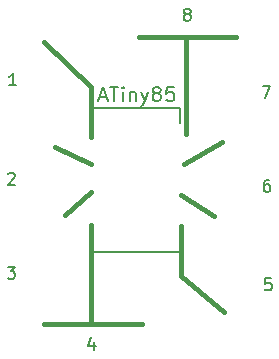
<source format=gto>
%TF.GenerationSoftware,KiCad,Pcbnew,4.0.5-e0-6337~49~ubuntu16.04.1*%
%TF.CreationDate,2017-01-18T20:32:05-08:00*%
%TF.ProjectId,3x4-ATtiny85-8DIP-Breakout,3378342D415474696E7938352D384449,1.0*%
%TF.FileFunction,Legend,Top*%
%FSLAX46Y46*%
G04 Gerber Fmt 4.6, Leading zero omitted, Abs format (unit mm)*
G04 Created by KiCad (PCBNEW 4.0.5-e0-6337~49~ubuntu16.04.1) date Wed Jan 18 20:32:05 2017*
%MOMM*%
%LPD*%
G01*
G04 APERTURE LIST*
%ADD10C,0.350000*%
%ADD11C,0.400000*%
%ADD12C,0.406400*%
%ADD13C,0.150000*%
%ADD14C,0.200000*%
G04 APERTURE END LIST*
D10*
D11*
X148640800Y-96113600D02*
X148640800Y-87934800D01*
X148488400Y-98602800D02*
X151688800Y-96774000D01*
X148234400Y-101244400D02*
X150977600Y-103073200D01*
X148183600Y-108102400D02*
X151841200Y-111150400D01*
X148183600Y-103886000D02*
X148183600Y-108102400D01*
X140563600Y-103835200D02*
X140563600Y-112064800D01*
X140563600Y-101041200D02*
X138379200Y-102971600D01*
X140563600Y-98602800D02*
X137566400Y-97180400D01*
X140563600Y-92202000D02*
X140563600Y-96316800D01*
X136652000Y-88341200D02*
X140563600Y-92151200D01*
D12*
X136652000Y-112166400D02*
X144902000Y-112166400D01*
D13*
X140787000Y-93871400D02*
X140787000Y-95141400D01*
X148137000Y-93871400D02*
X148137000Y-95141400D01*
X148137000Y-106081400D02*
X148137000Y-104811400D01*
X140787000Y-106081400D02*
X140787000Y-104811400D01*
X140787000Y-93871400D02*
X148137000Y-93871400D01*
X140787000Y-106081400D02*
X148137000Y-106081400D01*
D12*
X144652000Y-87916400D02*
X152902000Y-87916400D01*
D14*
X141303771Y-92960800D02*
X141875200Y-92960800D01*
X141189486Y-93303657D02*
X141589486Y-92103657D01*
X141989486Y-93303657D01*
X142218057Y-92103657D02*
X142903771Y-92103657D01*
X142560914Y-93303657D02*
X142560914Y-92103657D01*
X143303771Y-93303657D02*
X143303771Y-92503657D01*
X143303771Y-92103657D02*
X143246628Y-92160800D01*
X143303771Y-92217943D01*
X143360914Y-92160800D01*
X143303771Y-92103657D01*
X143303771Y-92217943D01*
X143875200Y-92503657D02*
X143875200Y-93303657D01*
X143875200Y-92617943D02*
X143932343Y-92560800D01*
X144046629Y-92503657D01*
X144218057Y-92503657D01*
X144332343Y-92560800D01*
X144389486Y-92675086D01*
X144389486Y-93303657D01*
X144846629Y-92503657D02*
X145132343Y-93303657D01*
X145418057Y-92503657D02*
X145132343Y-93303657D01*
X145018057Y-93589371D01*
X144960914Y-93646514D01*
X144846629Y-93703657D01*
X146046629Y-92617943D02*
X145932343Y-92560800D01*
X145875200Y-92503657D01*
X145818057Y-92389371D01*
X145818057Y-92332229D01*
X145875200Y-92217943D01*
X145932343Y-92160800D01*
X146046629Y-92103657D01*
X146275200Y-92103657D01*
X146389486Y-92160800D01*
X146446629Y-92217943D01*
X146503772Y-92332229D01*
X146503772Y-92389371D01*
X146446629Y-92503657D01*
X146389486Y-92560800D01*
X146275200Y-92617943D01*
X146046629Y-92617943D01*
X145932343Y-92675086D01*
X145875200Y-92732229D01*
X145818057Y-92846514D01*
X145818057Y-93075086D01*
X145875200Y-93189371D01*
X145932343Y-93246514D01*
X146046629Y-93303657D01*
X146275200Y-93303657D01*
X146389486Y-93246514D01*
X146446629Y-93189371D01*
X146503772Y-93075086D01*
X146503772Y-92846514D01*
X146446629Y-92732229D01*
X146389486Y-92675086D01*
X146275200Y-92617943D01*
X147589486Y-92103657D02*
X147018057Y-92103657D01*
X146960914Y-92675086D01*
X147018057Y-92617943D01*
X147132343Y-92560800D01*
X147418057Y-92560800D01*
X147532343Y-92617943D01*
X147589486Y-92675086D01*
X147646629Y-92789371D01*
X147646629Y-93075086D01*
X147589486Y-93189371D01*
X147532343Y-93246514D01*
X147418057Y-93303657D01*
X147132343Y-93303657D01*
X147018057Y-93246514D01*
X146960914Y-93189371D01*
D13*
X134245315Y-91943181D02*
X133673886Y-91943181D01*
X133959600Y-91943181D02*
X133959600Y-90943181D01*
X133864362Y-91086038D01*
X133769124Y-91181276D01*
X133673886Y-91228895D01*
X148647162Y-85936152D02*
X148551924Y-85888533D01*
X148504305Y-85840914D01*
X148456686Y-85745676D01*
X148456686Y-85698057D01*
X148504305Y-85602819D01*
X148551924Y-85555200D01*
X148647162Y-85507581D01*
X148837639Y-85507581D01*
X148932877Y-85555200D01*
X148980496Y-85602819D01*
X149028115Y-85698057D01*
X149028115Y-85745676D01*
X148980496Y-85840914D01*
X148932877Y-85888533D01*
X148837639Y-85936152D01*
X148647162Y-85936152D01*
X148551924Y-85983771D01*
X148504305Y-86031390D01*
X148456686Y-86126629D01*
X148456686Y-86317105D01*
X148504305Y-86412343D01*
X148551924Y-86459962D01*
X148647162Y-86507581D01*
X148837639Y-86507581D01*
X148932877Y-86459962D01*
X148980496Y-86412343D01*
X149028115Y-86317105D01*
X149028115Y-86126629D01*
X148980496Y-86031390D01*
X148932877Y-85983771D01*
X148837639Y-85936152D01*
X155114667Y-92060781D02*
X155781334Y-92060781D01*
X155352762Y-93060781D01*
X155689277Y-99985581D02*
X155498800Y-99985581D01*
X155403562Y-100033200D01*
X155355943Y-100080819D01*
X155260705Y-100223676D01*
X155213086Y-100414152D01*
X155213086Y-100795105D01*
X155260705Y-100890343D01*
X155308324Y-100937962D01*
X155403562Y-100985581D01*
X155594039Y-100985581D01*
X155689277Y-100937962D01*
X155736896Y-100890343D01*
X155784515Y-100795105D01*
X155784515Y-100557010D01*
X155736896Y-100461771D01*
X155689277Y-100414152D01*
X155594039Y-100366533D01*
X155403562Y-100366533D01*
X155308324Y-100414152D01*
X155260705Y-100461771D01*
X155213086Y-100557010D01*
X155838496Y-108316781D02*
X155362305Y-108316781D01*
X155314686Y-108792971D01*
X155362305Y-108745352D01*
X155457543Y-108697733D01*
X155695639Y-108697733D01*
X155790877Y-108745352D01*
X155838496Y-108792971D01*
X155886115Y-108888210D01*
X155886115Y-109126305D01*
X155838496Y-109221543D01*
X155790877Y-109269162D01*
X155695639Y-109316781D01*
X155457543Y-109316781D01*
X155362305Y-109269162D01*
X155314686Y-109221543D01*
X140842477Y-113679314D02*
X140842477Y-114345981D01*
X140604381Y-113298362D02*
X140366286Y-114012648D01*
X140985334Y-114012648D01*
X133572286Y-99471219D02*
X133619905Y-99423600D01*
X133715143Y-99375981D01*
X133953239Y-99375981D01*
X134048477Y-99423600D01*
X134096096Y-99471219D01*
X134143715Y-99566457D01*
X134143715Y-99661695D01*
X134096096Y-99804552D01*
X133524667Y-100375981D01*
X134143715Y-100375981D01*
X133524667Y-107351581D02*
X134143715Y-107351581D01*
X133810381Y-107732533D01*
X133953239Y-107732533D01*
X134048477Y-107780152D01*
X134096096Y-107827771D01*
X134143715Y-107923010D01*
X134143715Y-108161105D01*
X134096096Y-108256343D01*
X134048477Y-108303962D01*
X133953239Y-108351581D01*
X133667524Y-108351581D01*
X133572286Y-108303962D01*
X133524667Y-108256343D01*
M02*

</source>
